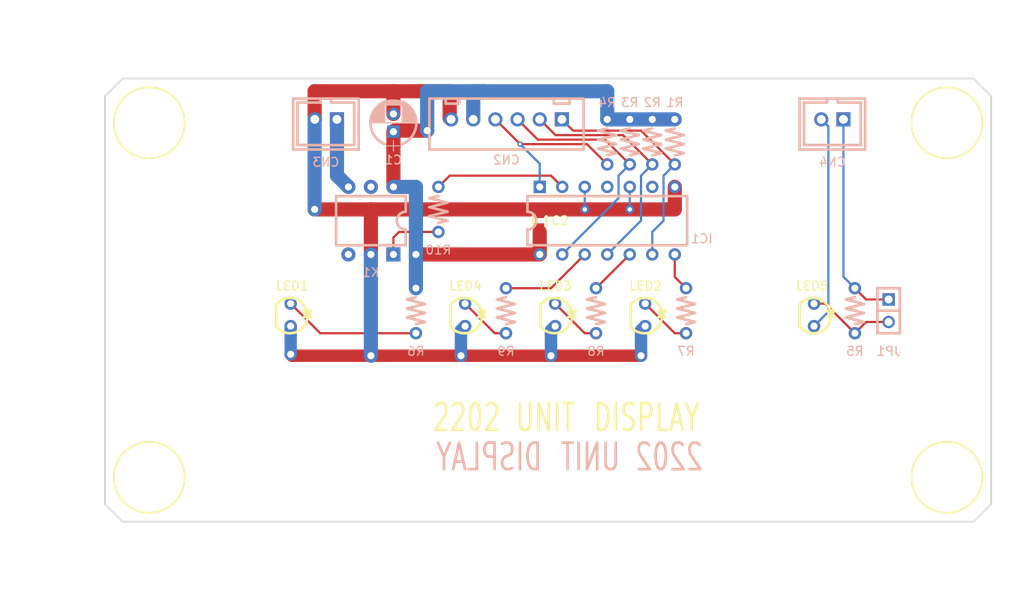
<source format=kicad_pcb>
(kicad_pcb (version 20171130) (host pcbnew "(5.1.10)-1")

  (general
    (thickness 1.6)
    (drawings 48)
    (tracks 113)
    (zones 0)
    (modules 27)
    (nets 24)
  )

  (page A4)
  (title_block
    (title "2202 UNIT DISPLAY")
    (rev 0)
    (comment 1 "designed by hamayan.")
  )

  (layers
    (0 F.Cu signal)
    (31 B.Cu signal)
    (32 B.Adhes user hide)
    (33 F.Adhes user hide)
    (34 B.Paste user hide)
    (35 F.Paste user hide)
    (36 B.SilkS user)
    (37 F.SilkS user)
    (38 B.Mask user)
    (39 F.Mask user)
    (40 Dwgs.User user)
    (41 Cmts.User user hide)
    (42 Eco1.User user hide)
    (43 Eco2.User user hide)
    (44 Edge.Cuts user)
    (45 Margin user hide)
    (46 B.CrtYd user hide)
    (47 F.CrtYd user hide)
    (48 B.Fab user hide)
    (49 F.Fab user hide)
  )

  (setup
    (last_trace_width 0.25)
    (user_trace_width 0.5)
    (user_trace_width 1)
    (user_trace_width 1.4)
    (user_trace_width 1.6)
    (user_trace_width 2)
    (trace_clearance 0.2)
    (zone_clearance 0.508)
    (zone_45_only no)
    (trace_min 0.2)
    (via_size 0.6)
    (via_drill 0.3)
    (via_min_size 0.4)
    (via_min_drill 0.3)
    (user_via 1 0.5)
    (user_via 1.4 0.8)
    (uvia_size 0.3)
    (uvia_drill 0.1)
    (uvias_allowed no)
    (uvia_min_size 0.2)
    (uvia_min_drill 0.1)
    (edge_width 0.2)
    (segment_width 0.25)
    (pcb_text_width 0.3)
    (pcb_text_size 1.5 1.5)
    (mod_edge_width 0.2)
    (mod_text_size 1 1)
    (mod_text_width 0.15)
    (pad_size 1.524 1.524)
    (pad_drill 0.762)
    (pad_to_mask_clearance 0)
    (aux_axis_origin 0 0)
    (visible_elements FFFDFF7F)
    (pcbplotparams
      (layerselection 0x010f0_ffffffff)
      (usegerberextensions false)
      (usegerberattributes true)
      (usegerberadvancedattributes true)
      (creategerberjobfile false)
      (excludeedgelayer true)
      (linewidth 0.100000)
      (plotframeref false)
      (viasonmask false)
      (mode 1)
      (useauxorigin false)
      (hpglpennumber 1)
      (hpglpenspeed 20)
      (hpglpendiameter 15.000000)
      (psnegative false)
      (psa4output false)
      (plotreference true)
      (plotvalue true)
      (plotinvisibletext false)
      (padsonsilk false)
      (subtractmaskfromsilk false)
      (outputformat 1)
      (mirror false)
      (drillshape 0)
      (scaleselection 1)
      (outputdirectory "gerber/"))
  )

  (net 0 "")
  (net 1 +5V)
  (net 2 GND)
  (net 3 /IO1)
  (net 4 /IO2)
  (net 5 /IO3)
  (net 6 /IO0)
  (net 7 "Net-(CN3-Pad1)")
  (net 8 "Net-(CN4-Pad1)")
  (net 9 "Net-(CN4-Pad2)")
  (net 10 "Net-(IC1-Pad2)")
  (net 11 "Net-(IC1-Pad10)")
  (net 12 "Net-(IC1-Pad4)")
  (net 13 "Net-(IC1-Pad12)")
  (net 14 "Net-(IC1-Pad6)")
  (net 15 "Net-(IC1-Pad8)")
  (net 16 "Net-(JP1-Pad2)")
  (net 17 "Net-(K1-Pad1)")
  (net 18 "Net-(K1-Pad5)")
  (net 19 "Net-(K1-Pad3)")
  (net 20 "Net-(LED1-Pad1)")
  (net 21 "Net-(LED2-Pad1)")
  (net 22 "Net-(LED3-Pad1)")
  (net 23 "Net-(LED4-Pad1)")

  (net_class Default "This is the default net class."
    (clearance 0.2)
    (trace_width 0.25)
    (via_dia 0.6)
    (via_drill 0.3)
    (uvia_dia 0.3)
    (uvia_drill 0.1)
    (add_net +5V)
    (add_net /IO0)
    (add_net /IO1)
    (add_net /IO2)
    (add_net /IO3)
    (add_net GND)
    (add_net "Net-(CN3-Pad1)")
    (add_net "Net-(CN4-Pad1)")
    (add_net "Net-(CN4-Pad2)")
    (add_net "Net-(IC1-Pad10)")
    (add_net "Net-(IC1-Pad12)")
    (add_net "Net-(IC1-Pad2)")
    (add_net "Net-(IC1-Pad4)")
    (add_net "Net-(IC1-Pad6)")
    (add_net "Net-(IC1-Pad8)")
    (add_net "Net-(JP1-Pad2)")
    (add_net "Net-(K1-Pad1)")
    (add_net "Net-(K1-Pad3)")
    (add_net "Net-(K1-Pad5)")
    (add_net "Net-(LED1-Pad1)")
    (add_net "Net-(LED2-Pad1)")
    (add_net "Net-(LED3-Pad1)")
    (add_net "Net-(LED4-Pad1)")
  )

  (module MountingHole:MountingHole_3.5mm (layer F.Cu) (tedit 56D1B4CB) (tstamp 62B5346A)
    (at 145 55)
    (descr "Mounting Hole 3.5mm, no annular")
    (tags "mounting hole 3.5mm no annular")
    (attr virtual)
    (fp_text reference REF** (at 0 -4.5) (layer F.SilkS) hide
      (effects (font (size 1 1) (thickness 0.15)))
    )
    (fp_text value MountingHole_3.5mm (at 0 4.5) (layer F.Fab)
      (effects (font (size 1 1) (thickness 0.15)))
    )
    (fp_text user %R (at 0.3 0) (layer F.Fab)
      (effects (font (size 1 1) (thickness 0.15)))
    )
    (fp_circle (center 0 0) (end 3.5 0) (layer Cmts.User) (width 0.15))
    (fp_circle (center 0 0) (end 3.75 0) (layer F.CrtYd) (width 0.05))
    (pad 1 np_thru_hole circle (at 0 0) (size 3.5 3.5) (drill 3.5) (layers *.Cu *.Mask))
  )

  (module MountingHole:MountingHole_3.5mm (layer F.Cu) (tedit 56D1B4CB) (tstamp 62B53446)
    (at 145 95)
    (descr "Mounting Hole 3.5mm, no annular")
    (tags "mounting hole 3.5mm no annular")
    (attr virtual)
    (fp_text reference REF** (at 0 -4.5) (layer F.SilkS) hide
      (effects (font (size 1 1) (thickness 0.15)))
    )
    (fp_text value MountingHole_3.5mm (at 0 4.5) (layer F.Fab)
      (effects (font (size 1 1) (thickness 0.15)))
    )
    (fp_text user %R (at 0.3 0) (layer F.Fab)
      (effects (font (size 1 1) (thickness 0.15)))
    )
    (fp_circle (center 0 0) (end 3.5 0) (layer Cmts.User) (width 0.15))
    (fp_circle (center 0 0) (end 3.75 0) (layer F.CrtYd) (width 0.05))
    (pad 1 np_thru_hole circle (at 0 0) (size 3.5 3.5) (drill 3.5) (layers *.Cu *.Mask))
  )

  (module MountingHole:MountingHole_3.5mm (layer F.Cu) (tedit 56D1B4CB) (tstamp 62B53422)
    (at 55 95)
    (descr "Mounting Hole 3.5mm, no annular")
    (tags "mounting hole 3.5mm no annular")
    (attr virtual)
    (fp_text reference REF** (at 0 -4.5) (layer F.SilkS) hide
      (effects (font (size 1 1) (thickness 0.15)))
    )
    (fp_text value MountingHole_3.5mm (at 0 4.5) (layer F.Fab)
      (effects (font (size 1 1) (thickness 0.15)))
    )
    (fp_text user %R (at 0.3 0) (layer F.Fab)
      (effects (font (size 1 1) (thickness 0.15)))
    )
    (fp_circle (center 0 0) (end 3.5 0) (layer Cmts.User) (width 0.15))
    (fp_circle (center 0 0) (end 3.75 0) (layer F.CrtYd) (width 0.05))
    (pad 1 np_thru_hole circle (at 0 0) (size 3.5 3.5) (drill 3.5) (layers *.Cu *.Mask))
  )

  (module MountingHole:MountingHole_3.5mm (layer F.Cu) (tedit 56D1B4CB) (tstamp 62B533FE)
    (at 55 55)
    (descr "Mounting Hole 3.5mm, no annular")
    (tags "mounting hole 3.5mm no annular")
    (attr virtual)
    (fp_text reference REF** (at 0 -4.5) (layer F.SilkS) hide
      (effects (font (size 1 1) (thickness 0.15)))
    )
    (fp_text value MountingHole_3.5mm (at 0 4.5) (layer F.Fab)
      (effects (font (size 1 1) (thickness 0.15)))
    )
    (fp_text user %R (at 0.3 0) (layer F.Fab)
      (effects (font (size 1 1) (thickness 0.15)))
    )
    (fp_circle (center 0 0) (end 3.5 0) (layer Cmts.User) (width 0.15))
    (fp_circle (center 0 0) (end 3.75 0) (layer F.CrtYd) (width 0.05))
    (pad 1 np_thru_hole circle (at 0 0) (size 3.5 3.5) (drill 3.5) (layers *.Cu *.Mask))
  )

  (module footprint:CP_Radial_D5.0mm_P2.00mm (layer B.Cu) (tedit 61B97ED5) (tstamp 62B5390F)
    (at 82.55 56 90)
    (descr "CP, Radial series, Radial, pin pitch=2.00mm, , diameter=5mm, Electrolytic Capacitor")
    (tags "CP Radial series Radial pin pitch 2.00mm  diameter 5mm Electrolytic Capacitor")
    (path /62B4EBE5)
    (fp_text reference C1 (at -3.182 0 180) (layer B.SilkS)
      (effects (font (size 1 1) (thickness 0.15)) (justify mirror))
    )
    (fp_text value 22uF/16V (at 1 -3.56 90) (layer B.Fab)
      (effects (font (size 1 1) (thickness 0.15)) (justify mirror))
    )
    (fp_line (start -2.2 0) (end -1 0) (layer B.Fab) (width 0.1))
    (fp_line (start -1.6 0.65) (end -1.6 -0.65) (layer B.Fab) (width 0.1))
    (fp_line (start 1 2.55) (end 1 -2.55) (layer B.SilkS) (width 0.12))
    (fp_line (start 1.04 2.55) (end 1.04 0.98) (layer B.SilkS) (width 0.12))
    (fp_line (start 1.04 -0.98) (end 1.04 -2.55) (layer B.SilkS) (width 0.12))
    (fp_line (start 1.08 2.549) (end 1.08 0.98) (layer B.SilkS) (width 0.12))
    (fp_line (start 1.08 -0.98) (end 1.08 -2.549) (layer B.SilkS) (width 0.12))
    (fp_line (start 1.12 2.548) (end 1.12 0.98) (layer B.SilkS) (width 0.12))
    (fp_line (start 1.12 -0.98) (end 1.12 -2.548) (layer B.SilkS) (width 0.12))
    (fp_line (start 1.16 2.546) (end 1.16 0.98) (layer B.SilkS) (width 0.12))
    (fp_line (start 1.16 -0.98) (end 1.16 -2.546) (layer B.SilkS) (width 0.12))
    (fp_line (start 1.2 2.543) (end 1.2 0.98) (layer B.SilkS) (width 0.12))
    (fp_line (start 1.2 -0.98) (end 1.2 -2.543) (layer B.SilkS) (width 0.12))
    (fp_line (start 1.24 2.539) (end 1.24 0.98) (layer B.SilkS) (width 0.12))
    (fp_line (start 1.24 -0.98) (end 1.24 -2.539) (layer B.SilkS) (width 0.12))
    (fp_line (start 1.28 2.535) (end 1.28 0.98) (layer B.SilkS) (width 0.12))
    (fp_line (start 1.28 -0.98) (end 1.28 -2.535) (layer B.SilkS) (width 0.12))
    (fp_line (start 1.32 2.531) (end 1.32 0.98) (layer B.SilkS) (width 0.12))
    (fp_line (start 1.32 -0.98) (end 1.32 -2.531) (layer B.SilkS) (width 0.12))
    (fp_line (start 1.36 2.525) (end 1.36 0.98) (layer B.SilkS) (width 0.12))
    (fp_line (start 1.36 -0.98) (end 1.36 -2.525) (layer B.SilkS) (width 0.12))
    (fp_line (start 1.4 2.519) (end 1.4 0.98) (layer B.SilkS) (width 0.12))
    (fp_line (start 1.4 -0.98) (end 1.4 -2.519) (layer B.SilkS) (width 0.12))
    (fp_line (start 1.44 2.513) (end 1.44 0.98) (layer B.SilkS) (width 0.12))
    (fp_line (start 1.44 -0.98) (end 1.44 -2.513) (layer B.SilkS) (width 0.12))
    (fp_line (start 1.48 2.506) (end 1.48 0.98) (layer B.SilkS) (width 0.12))
    (fp_line (start 1.48 -0.98) (end 1.48 -2.506) (layer B.SilkS) (width 0.12))
    (fp_line (start 1.52 2.498) (end 1.52 0.98) (layer B.SilkS) (width 0.12))
    (fp_line (start 1.52 -0.98) (end 1.52 -2.498) (layer B.SilkS) (width 0.12))
    (fp_line (start 1.56 2.489) (end 1.56 0.98) (layer B.SilkS) (width 0.12))
    (fp_line (start 1.56 -0.98) (end 1.56 -2.489) (layer B.SilkS) (width 0.12))
    (fp_line (start 1.6 2.48) (end 1.6 0.98) (layer B.SilkS) (width 0.12))
    (fp_line (start 1.6 -0.98) (end 1.6 -2.48) (layer B.SilkS) (width 0.12))
    (fp_line (start 1.64 2.47) (end 1.64 0.98) (layer B.SilkS) (width 0.12))
    (fp_line (start 1.64 -0.98) (end 1.64 -2.47) (layer B.SilkS) (width 0.12))
    (fp_line (start 1.68 2.46) (end 1.68 0.98) (layer B.SilkS) (width 0.12))
    (fp_line (start 1.68 -0.98) (end 1.68 -2.46) (layer B.SilkS) (width 0.12))
    (fp_line (start 1.721 2.448) (end 1.721 0.98) (layer B.SilkS) (width 0.12))
    (fp_line (start 1.721 -0.98) (end 1.721 -2.448) (layer B.SilkS) (width 0.12))
    (fp_line (start 1.761 2.436) (end 1.761 0.98) (layer B.SilkS) (width 0.12))
    (fp_line (start 1.761 -0.98) (end 1.761 -2.436) (layer B.SilkS) (width 0.12))
    (fp_line (start 1.801 2.424) (end 1.801 0.98) (layer B.SilkS) (width 0.12))
    (fp_line (start 1.801 -0.98) (end 1.801 -2.424) (layer B.SilkS) (width 0.12))
    (fp_line (start 1.841 2.41) (end 1.841 0.98) (layer B.SilkS) (width 0.12))
    (fp_line (start 1.841 -0.98) (end 1.841 -2.41) (layer B.SilkS) (width 0.12))
    (fp_line (start 1.881 2.396) (end 1.881 0.98) (layer B.SilkS) (width 0.12))
    (fp_line (start 1.881 -0.98) (end 1.881 -2.396) (layer B.SilkS) (width 0.12))
    (fp_line (start 1.921 2.382) (end 1.921 0.98) (layer B.SilkS) (width 0.12))
    (fp_line (start 1.921 -0.98) (end 1.921 -2.382) (layer B.SilkS) (width 0.12))
    (fp_line (start 1.961 2.366) (end 1.961 0.98) (layer B.SilkS) (width 0.12))
    (fp_line (start 1.961 -0.98) (end 1.961 -2.366) (layer B.SilkS) (width 0.12))
    (fp_line (start 2.001 2.35) (end 2.001 0.98) (layer B.SilkS) (width 0.12))
    (fp_line (start 2.001 -0.98) (end 2.001 -2.35) (layer B.SilkS) (width 0.12))
    (fp_line (start 2.041 2.333) (end 2.041 0.98) (layer B.SilkS) (width 0.12))
    (fp_line (start 2.041 -0.98) (end 2.041 -2.333) (layer B.SilkS) (width 0.12))
    (fp_line (start 2.081 2.315) (end 2.081 0.98) (layer B.SilkS) (width 0.12))
    (fp_line (start 2.081 -0.98) (end 2.081 -2.315) (layer B.SilkS) (width 0.12))
    (fp_line (start 2.121 2.296) (end 2.121 0.98) (layer B.SilkS) (width 0.12))
    (fp_line (start 2.121 -0.98) (end 2.121 -2.296) (layer B.SilkS) (width 0.12))
    (fp_line (start 2.161 2.276) (end 2.161 0.98) (layer B.SilkS) (width 0.12))
    (fp_line (start 2.161 -0.98) (end 2.161 -2.276) (layer B.SilkS) (width 0.12))
    (fp_line (start 2.201 2.256) (end 2.201 0.98) (layer B.SilkS) (width 0.12))
    (fp_line (start 2.201 -0.98) (end 2.201 -2.256) (layer B.SilkS) (width 0.12))
    (fp_line (start 2.241 2.234) (end 2.241 0.98) (layer B.SilkS) (width 0.12))
    (fp_line (start 2.241 -0.98) (end 2.241 -2.234) (layer B.SilkS) (width 0.12))
    (fp_line (start 2.281 2.212) (end 2.281 0.98) (layer B.SilkS) (width 0.12))
    (fp_line (start 2.281 -0.98) (end 2.281 -2.212) (layer B.SilkS) (width 0.12))
    (fp_line (start 2.321 2.189) (end 2.321 0.98) (layer B.SilkS) (width 0.12))
    (fp_line (start 2.321 -0.98) (end 2.321 -2.189) (layer B.SilkS) (width 0.12))
    (fp_line (start 2.361 2.165) (end 2.361 0.98) (layer B.SilkS) (width 0.12))
    (fp_line (start 2.361 -0.98) (end 2.361 -2.165) (layer B.SilkS) (width 0.12))
    (fp_line (start 2.401 2.14) (end 2.401 0.98) (layer B.SilkS) (width 0.12))
    (fp_line (start 2.401 -0.98) (end 2.401 -2.14) (layer B.SilkS) (width 0.12))
    (fp_line (start 2.441 2.113) (end 2.441 0.98) (layer B.SilkS) (width 0.12))
    (fp_line (start 2.441 -0.98) (end 2.441 -2.113) (layer B.SilkS) (width 0.12))
    (fp_line (start 2.481 2.086) (end 2.481 0.98) (layer B.SilkS) (width 0.12))
    (fp_line (start 2.481 -0.98) (end 2.481 -2.086) (layer B.SilkS) (width 0.12))
    (fp_line (start 2.521 2.058) (end 2.521 0.98) (layer B.SilkS) (width 0.12))
    (fp_line (start 2.521 -0.98) (end 2.521 -2.058) (layer B.SilkS) (width 0.12))
    (fp_line (start 2.561 2.028) (end 2.561 0.98) (layer B.SilkS) (width 0.12))
    (fp_line (start 2.561 -0.98) (end 2.561 -2.028) (layer B.SilkS) (width 0.12))
    (fp_line (start 2.601 1.997) (end 2.601 0.98) (layer B.SilkS) (width 0.12))
    (fp_line (start 2.601 -0.98) (end 2.601 -1.997) (layer B.SilkS) (width 0.12))
    (fp_line (start 2.641 1.965) (end 2.641 0.98) (layer B.SilkS) (width 0.12))
    (fp_line (start 2.641 -0.98) (end 2.641 -1.965) (layer B.SilkS) (width 0.12))
    (fp_line (start 2.681 1.932) (end 2.681 0.98) (layer B.SilkS) (width 0.12))
    (fp_line (start 2.681 -0.98) (end 2.681 -1.932) (layer B.SilkS) (width 0.12))
    (fp_line (start 2.721 1.897) (end 2.721 0.98) (layer B.SilkS) (width 0.12))
    (fp_line (start 2.721 -0.98) (end 2.721 -1.897) (layer B.SilkS) (width 0.12))
    (fp_line (start 2.761 1.861) (end 2.761 0.98) (layer B.SilkS) (width 0.12))
    (fp_line (start 2.761 -0.98) (end 2.761 -1.861) (layer B.SilkS) (width 0.12))
    (fp_line (start 2.801 1.823) (end 2.801 0.98) (layer B.SilkS) (width 0.12))
    (fp_line (start 2.801 -0.98) (end 2.801 -1.823) (layer B.SilkS) (width 0.12))
    (fp_line (start 2.841 1.783) (end 2.841 0.98) (layer B.SilkS) (width 0.12))
    (fp_line (start 2.841 -0.98) (end 2.841 -1.783) (layer B.SilkS) (width 0.12))
    (fp_line (start 2.881 1.742) (end 2.881 0.98) (layer B.SilkS) (width 0.12))
    (fp_line (start 2.881 -0.98) (end 2.881 -1.742) (layer B.SilkS) (width 0.12))
    (fp_line (start 2.921 1.699) (end 2.921 0.98) (layer B.SilkS) (width 0.12))
    (fp_line (start 2.921 -0.98) (end 2.921 -1.699) (layer B.SilkS) (width 0.12))
    (fp_line (start 2.961 1.654) (end 2.961 0.98) (layer B.SilkS) (width 0.12))
    (fp_line (start 2.961 -0.98) (end 2.961 -1.654) (layer B.SilkS) (width 0.12))
    (fp_line (start 3.001 1.606) (end 3.001 -1.606) (layer B.SilkS) (width 0.12))
    (fp_line (start 3.041 1.556) (end 3.041 -1.556) (layer B.SilkS) (width 0.12))
    (fp_line (start 3.081 1.504) (end 3.081 -1.504) (layer B.SilkS) (width 0.12))
    (fp_line (start 3.121 1.448) (end 3.121 -1.448) (layer B.SilkS) (width 0.12))
    (fp_line (start 3.161 1.39) (end 3.161 -1.39) (layer B.SilkS) (width 0.12))
    (fp_line (start 3.201 1.327) (end 3.201 -1.327) (layer B.SilkS) (width 0.12))
    (fp_line (start 3.241 1.261) (end 3.241 -1.261) (layer B.SilkS) (width 0.12))
    (fp_line (start 3.281 1.189) (end 3.281 -1.189) (layer B.SilkS) (width 0.12))
    (fp_line (start 3.321 1.112) (end 3.321 -1.112) (layer B.SilkS) (width 0.12))
    (fp_line (start 3.361 1.028) (end 3.361 -1.028) (layer B.SilkS) (width 0.12))
    (fp_line (start 3.401 0.934) (end 3.401 -0.934) (layer B.SilkS) (width 0.12))
    (fp_line (start 3.441 0.829) (end 3.441 -0.829) (layer B.SilkS) (width 0.12))
    (fp_line (start 3.481 0.707) (end 3.481 -0.707) (layer B.SilkS) (width 0.12))
    (fp_line (start 3.521 0.559) (end 3.521 -0.559) (layer B.SilkS) (width 0.12))
    (fp_line (start 3.561 0.354) (end 3.561 -0.354) (layer B.SilkS) (width 0.12))
    (fp_line (start -2.2 0) (end -1 0) (layer B.SilkS) (width 0.12))
    (fp_line (start -1.6 0.65) (end -1.6 -0.65) (layer B.SilkS) (width 0.12))
    (fp_circle (center 1 0) (end 3.5 0) (layer B.Fab) (width 0.1))
    (fp_text user %R (at 0.65 0 90) (layer B.Fab)
      (effects (font (size 1 1) (thickness 0.15)) (justify mirror))
    )
    (fp_arc (start 1 0) (end -1.397436 0.98) (angle -135.5) (layer B.SilkS) (width 0.3))
    (fp_arc (start 1 0) (end -1.397436 -0.98) (angle 135.5) (layer B.SilkS) (width 0.3))
    (fp_arc (start 1 0) (end 3.397436 0.98) (angle -44.5) (layer B.SilkS) (width 0.12))
    (pad 1 thru_hole rect (at 0 0 90) (size 1.4 1.4) (drill 0.8) (layers *.Cu *.Mask)
      (net 1 +5V))
    (pad 2 thru_hole circle (at 2 0 90) (size 1.4 1.4) (drill 0.8) (layers *.Cu *.Mask)
      (net 2 GND))
    (model ${KISYS3DMOD}/Capacitors_THT.3dshapes/CP_Radial_D5.0mm_P2.00mm.wrl
      (at (xyz 0 0 0))
      (scale (xyz 1 1 1))
      (rotate (xyz 0 0 0))
    )
  )

  (module footprint:C_0603 (layer F.Cu) (tedit 58F81BE8) (tstamp 62B53920)
    (at 99.06 66.04 270)
    (descr "Capacitor SMD 0603, reflow soldering, AVX (see smccp.pdf)")
    (tags "capacitor 0603")
    (path /62B5439F)
    (attr smd)
    (fp_text reference C2 (at 0 -2.286 180) (layer F.SilkS)
      (effects (font (size 1 1) (thickness 0.15)))
    )
    (fp_text value 0.1uF (at 0 1.5 90) (layer F.Fab)
      (effects (font (size 1 1) (thickness 0.15)))
    )
    (fp_line (start 1.4 0.65) (end -1.4 0.65) (layer F.CrtYd) (width 0.05))
    (fp_line (start 1.4 0.65) (end 1.4 -0.65) (layer F.CrtYd) (width 0.05))
    (fp_line (start -1.4 -0.65) (end -1.4 0.65) (layer F.CrtYd) (width 0.05))
    (fp_line (start -1.4 -0.65) (end 1.4 -0.65) (layer F.CrtYd) (width 0.05))
    (fp_line (start 0.5 0.75) (end -0.5 0.75) (layer F.SilkS) (width 0.3))
    (fp_line (start -0.5 -0.75) (end 0.5 -0.75) (layer F.SilkS) (width 0.3))
    (fp_line (start -0.8 -0.4) (end 0.8 -0.4) (layer F.Fab) (width 0.1))
    (fp_line (start 0.8 -0.4) (end 0.8 0.4) (layer F.Fab) (width 0.1))
    (fp_line (start 0.8 0.4) (end -0.8 0.4) (layer F.Fab) (width 0.1))
    (fp_line (start -0.8 0.4) (end -0.8 -0.4) (layer F.Fab) (width 0.1))
    (fp_text user %R (at 0 -1.5 90) (layer F.Fab)
      (effects (font (size 1 1) (thickness 0.15)))
    )
    (pad 1 smd rect (at -0.8 0 270) (size 1 1) (layers F.Cu F.Paste F.Mask)
      (net 2 GND))
    (pad 2 smd rect (at 0.8 0 270) (size 1 1) (layers F.Cu F.Paste F.Mask)
      (net 1 +5V))
    (model Capacitors_SMD.3dshapes/C_0603.wrl
      (at (xyz 0 0 0))
      (scale (xyz 1 1 1))
      (rotate (xyz 0 0 0))
    )
  )

  (module footprint:cn_B6B-XH-A (layer B.Cu) (tedit 59CB3EFA) (tstamp 62B53934)
    (at 95.31 54.61 180)
    (path /62B49D82)
    (fp_text reference CN2 (at 0 -4.572) (layer B.SilkS)
      (effects (font (size 1 1) (thickness 0.15)) (justify mirror))
    )
    (fp_text value B6B-XH-A (at 0 -5.08) (layer B.Fab)
      (effects (font (size 1 1) (thickness 0.15)) (justify mirror))
    )
    (fp_line (start 8.7 2.35) (end -8.7 2.35) (layer B.SilkS) (width 0.3))
    (fp_line (start 8.7 -3.4) (end 8.7 2.35) (layer B.SilkS) (width 0.3))
    (fp_line (start -8.7 -3.4) (end 8.7 -3.4) (layer B.SilkS) (width 0.3))
    (fp_line (start -8.7 2.35) (end -8.7 -3.4) (layer B.SilkS) (width 0.3))
    (fp_line (start -5.334 1.778) (end -5.334 2.286) (layer B.SilkS) (width 0.3))
    (fp_line (start -7.112 1.778) (end -5.334 1.778) (layer B.SilkS) (width 0.3))
    (fp_line (start -7.112 2.286) (end -7.112 1.778) (layer B.SilkS) (width 0.3))
    (fp_line (start 6.858 1.778) (end 6.858 2.286) (layer B.SilkS) (width 0.3))
    (fp_line (start 5.334 1.778) (end 6.858 1.778) (layer B.SilkS) (width 0.3))
    (fp_line (start 5.334 2.286) (end 5.334 1.778) (layer B.SilkS) (width 0.3))
    (pad 2 thru_hole circle (at -3.75 0 180) (size 1.6 1.6) (drill 1) (layers *.Cu *.Mask)
      (net 3 /IO1))
    (pad 3 thru_hole circle (at -1.25 0 180) (size 1.6 1.6) (drill 1) (layers *.Cu *.Mask)
      (net 4 /IO2))
    (pad 4 thru_hole circle (at 1.25 0 180) (size 1.6 1.6) (drill 1) (layers *.Cu *.Mask)
      (net 5 /IO3))
    (pad 5 thru_hole circle (at 3.75 0 180) (size 1.6 1.6) (drill 1) (layers *.Cu *.Mask)
      (net 1 +5V))
    (pad 1 thru_hole rect (at -6.25 0 180) (size 1.6 1.6) (drill 1) (layers *.Cu *.Mask)
      (net 6 /IO0))
    (pad 6 thru_hole circle (at 6.25 0 180) (size 1.6 1.6) (drill 1) (layers *.Cu *.Mask)
      (net 2 GND))
  )

  (module footprint:cn_B2B-XH-A (layer B.Cu) (tedit 5912A2A0) (tstamp 62B53945)
    (at 74.93 54.61 180)
    (path /62B7F77E)
    (fp_text reference CN3 (at 0 -4.826) (layer B.SilkS)
      (effects (font (size 1 1) (thickness 0.15)) (justify mirror))
    )
    (fp_text value B2B-XH-A (at 0 -5.08) (layer B.Fab)
      (effects (font (size 1 1) (thickness 0.15)) (justify mirror))
    )
    (fp_line (start -0.6 2.3) (end -0.6 1.9) (layer B.SilkS) (width 0.3))
    (fp_line (start -0.6 1.9) (end -3.2 1.9) (layer B.SilkS) (width 0.3))
    (fp_line (start -3.2 1.9) (end -3.2 -2.9) (layer B.SilkS) (width 0.3))
    (fp_line (start -3.2 -2.9) (end 3.2 -2.9) (layer B.SilkS) (width 0.3))
    (fp_line (start 3.2 -2.9) (end 3.2 1.9) (layer B.SilkS) (width 0.3))
    (fp_line (start 3.2 1.9) (end 0.6 1.9) (layer B.SilkS) (width 0.3))
    (fp_line (start 0.6 1.9) (end 0.6 2.3) (layer B.SilkS) (width 0.3))
    (fp_line (start -3.7 2.35) (end 3.7 2.35) (layer B.SilkS) (width 0.3))
    (fp_line (start 3.7 2.35) (end 3.7 -3.4) (layer B.SilkS) (width 0.3))
    (fp_line (start 3.7 -3.4) (end -3.7 -3.4) (layer B.SilkS) (width 0.3))
    (fp_line (start -3.7 -3.4) (end -3.7 2.35) (layer B.SilkS) (width 0.3))
    (pad 2 thru_hole circle (at 1.25 0 180) (size 1.6 1.6) (drill 1) (layers *.Cu *.Mask)
      (net 2 GND))
    (pad 1 thru_hole rect (at -1.25 0 180) (size 1.6 1.6) (drill 1) (layers *.Cu *.Mask)
      (net 7 "Net-(CN3-Pad1)"))
  )

  (module footprint:cn_B2B-XH-A (layer B.Cu) (tedit 5912A2A0) (tstamp 62B53956)
    (at 132.08 54.61 180)
    (path /62B858A4)
    (fp_text reference CN4 (at 0 -4.826) (layer B.SilkS)
      (effects (font (size 1 1) (thickness 0.15)) (justify mirror))
    )
    (fp_text value B2B-XH-A (at 0 -5.08) (layer B.Fab)
      (effects (font (size 1 1) (thickness 0.15)) (justify mirror))
    )
    (fp_line (start -3.7 -3.4) (end -3.7 2.35) (layer B.SilkS) (width 0.3))
    (fp_line (start 3.7 -3.4) (end -3.7 -3.4) (layer B.SilkS) (width 0.3))
    (fp_line (start 3.7 2.35) (end 3.7 -3.4) (layer B.SilkS) (width 0.3))
    (fp_line (start -3.7 2.35) (end 3.7 2.35) (layer B.SilkS) (width 0.3))
    (fp_line (start 0.6 1.9) (end 0.6 2.3) (layer B.SilkS) (width 0.3))
    (fp_line (start 3.2 1.9) (end 0.6 1.9) (layer B.SilkS) (width 0.3))
    (fp_line (start 3.2 -2.9) (end 3.2 1.9) (layer B.SilkS) (width 0.3))
    (fp_line (start -3.2 -2.9) (end 3.2 -2.9) (layer B.SilkS) (width 0.3))
    (fp_line (start -3.2 1.9) (end -3.2 -2.9) (layer B.SilkS) (width 0.3))
    (fp_line (start -0.6 1.9) (end -3.2 1.9) (layer B.SilkS) (width 0.3))
    (fp_line (start -0.6 2.3) (end -0.6 1.9) (layer B.SilkS) (width 0.3))
    (pad 1 thru_hole rect (at -1.25 0 180) (size 1.6 1.6) (drill 1) (layers *.Cu *.Mask)
      (net 8 "Net-(CN4-Pad1)"))
    (pad 2 thru_hole circle (at 1.25 0 180) (size 1.6 1.6) (drill 1) (layers *.Cu *.Mask)
      (net 9 "Net-(CN4-Pad2)"))
  )

  (module footprint:ic_DIP-14_W7.62mm (layer B.Cu) (tedit 61FA0586) (tstamp 62B53972)
    (at 99.06 62.23 270)
    (descr "14-lead dip package, row spacing 7.62 mm (300 mils)")
    (tags "DIL DIP PDIP 2.54mm 7.62mm 300mil")
    (path /62B52D69)
    (fp_text reference IC1 (at 5.842 -18.288 180) (layer B.SilkS)
      (effects (font (size 1 1) (thickness 0.15)) (justify mirror))
    )
    (fp_text value 74HCT04 (at 3.81 -17.78 90) (layer B.Fab)
      (effects (font (size 1 1) (thickness 0.15)) (justify mirror))
    )
    (fp_line (start 2.81 1.39) (end 1.04 1.39) (layer B.SilkS) (width 0.3))
    (fp_line (start 1.04 1.39) (end 1.04 -16.63) (layer B.SilkS) (width 0.3))
    (fp_line (start 1.04 -16.63) (end 6.58 -16.63) (layer B.SilkS) (width 0.3))
    (fp_line (start 6.58 -16.63) (end 6.58 1.39) (layer B.SilkS) (width 0.3))
    (fp_line (start 6.58 1.39) (end 4.81 1.39) (layer B.SilkS) (width 0.3))
    (fp_line (start -1.1 1.6) (end -1.1 -16.76) (layer B.CrtYd) (width 0.05))
    (fp_line (start -1.1 -16.76) (end 8.7 -16.76) (layer B.CrtYd) (width 0.05))
    (fp_line (start 8.7 -16.76) (end 8.7 1.6) (layer B.CrtYd) (width 0.05))
    (fp_line (start 8.7 1.6) (end -1.1 1.6) (layer B.CrtYd) (width 0.05))
    (fp_arc (start 3.81 1.39) (end 2.81 1.39) (angle 180) (layer B.SilkS) (width 0.3))
    (pad 1 thru_hole rect (at 0 0 270) (size 1.4 1.4) (drill 0.8) (layers *.Cu *.Mask)
      (net 5 /IO3))
    (pad 9 thru_hole oval (at 7.62 -12.7 270) (size 1.4 1.4) (drill 0.8) (layers *.Cu *.Mask)
      (net 6 /IO0))
    (pad 2 thru_hole oval (at 0 -2.54 270) (size 1.4 1.4) (drill 0.8) (layers *.Cu *.Mask)
      (net 10 "Net-(IC1-Pad2)"))
    (pad 10 thru_hole oval (at 7.62 -10.16 270) (size 1.4 1.4) (drill 0.8) (layers *.Cu *.Mask)
      (net 11 "Net-(IC1-Pad10)"))
    (pad 3 thru_hole oval (at 0 -5.08 270) (size 1.4 1.4) (drill 0.8) (layers *.Cu *.Mask)
      (net 2 GND))
    (pad 11 thru_hole oval (at 7.62 -7.62 270) (size 1.4 1.4) (drill 0.8) (layers *.Cu *.Mask)
      (net 3 /IO1))
    (pad 4 thru_hole oval (at 0 -7.62 270) (size 1.4 1.4) (drill 0.8) (layers *.Cu *.Mask)
      (net 12 "Net-(IC1-Pad4)"))
    (pad 12 thru_hole oval (at 7.62 -5.08 270) (size 1.4 1.4) (drill 0.8) (layers *.Cu *.Mask)
      (net 13 "Net-(IC1-Pad12)"))
    (pad 5 thru_hole oval (at 0 -10.16 270) (size 1.4 1.4) (drill 0.8) (layers *.Cu *.Mask)
      (net 2 GND))
    (pad 13 thru_hole oval (at 7.62 -2.54 270) (size 1.4 1.4) (drill 0.8) (layers *.Cu *.Mask)
      (net 4 /IO2))
    (pad 6 thru_hole oval (at 0 -12.7 270) (size 1.4 1.4) (drill 0.8) (layers *.Cu *.Mask)
      (net 14 "Net-(IC1-Pad6)"))
    (pad 14 thru_hole oval (at 7.62 0 270) (size 1.4 1.4) (drill 0.8) (layers *.Cu *.Mask)
      (net 1 +5V))
    (pad 7 thru_hole oval (at 0 -15.24 270) (size 1.4 1.4) (drill 0.8) (layers *.Cu *.Mask)
      (net 2 GND))
    (pad 8 thru_hole oval (at 7.62 -15.24 270) (size 1.4 1.4) (drill 0.8) (layers *.Cu *.Mask)
      (net 15 "Net-(IC1-Pad8)"))
    (model Housings_DIP.3dshapes/DIP-14_W7.62mm.wrl
      (at (xyz 0 0 0))
      (scale (xyz 1 1 1))
      (rotate (xyz 0 0 0))
    )
  )

  (module footprint:JP_JUMPER1x2 (layer B.Cu) (tedit 5A77E2CA) (tstamp 62B5397F)
    (at 138.43 76.2 270)
    (path /62B8AE19)
    (fp_text reference JP1 (at 4.572 0 180) (layer B.SilkS)
      (effects (font (size 1 1) (thickness 0.15)) (justify mirror))
    )
    (fp_text value JUMPER2*1 (at 0 -2.54 90) (layer B.Fab)
      (effects (font (size 1 1) (thickness 0.15)) (justify mirror))
    )
    (fp_line (start 0 1.27) (end 0 -1.27) (layer B.SilkS) (width 0.3))
    (fp_line (start -2.54 1.27) (end 0 1.27) (layer B.SilkS) (width 0.3))
    (fp_line (start 2.54 1.27) (end 0 1.27) (layer B.SilkS) (width 0.3))
    (fp_line (start 2.54 -1.27) (end 2.54 1.27) (layer B.SilkS) (width 0.3))
    (fp_line (start 0 -1.27) (end 2.54 -1.27) (layer B.SilkS) (width 0.3))
    (fp_line (start -2.54 -1.27) (end 0 -1.27) (layer B.SilkS) (width 0.3))
    (fp_line (start -2.54 1.27) (end -2.54 -1.27) (layer B.SilkS) (width 0.3))
    (pad 1 thru_hole rect (at -1.27 0 270) (size 1.4 1.4) (drill 0.9) (layers *.Cu *.Mask)
      (net 8 "Net-(CN4-Pad1)"))
    (pad 2 thru_hole circle (at 1.27 0 270) (size 1.4 1.4) (drill 0.9) (layers *.Cu *.Mask)
      (net 16 "Net-(JP1-Pad2)"))
  )

  (module footprint:ic_DIP-6_W7.62mm (layer B.Cu) (tedit 62B51B04) (tstamp 62B53998)
    (at 82.55 69.85 90)
    (descr "4-lead dip package, row spacing 7.62 mm (300 mils)")
    (tags "DIL DIP PDIP 2.54mm 7.62mm 300mil")
    (path /62B6DF4B)
    (fp_text reference K1 (at -2.032 -2.54 180) (layer B.SilkS)
      (effects (font (size 1 1) (thickness 0.15)) (justify mirror))
    )
    (fp_text value AQV255 (at 3.81 -7.62 90) (layer B.Fab)
      (effects (font (size 1 1) (thickness 0.15)) (justify mirror))
    )
    (fp_line (start 8.7 1.6) (end -1.1 1.6) (layer B.CrtYd) (width 0.05))
    (fp_line (start 8.7 -6.64) (end 8.7 1.6) (layer B.CrtYd) (width 0.05))
    (fp_line (start -1.1 -6.64) (end 8.7 -6.64) (layer B.CrtYd) (width 0.05))
    (fp_line (start -1.1 1.6) (end -1.1 -6.64) (layer B.CrtYd) (width 0.05))
    (fp_line (start 6.58 1.39) (end 4.81 1.39) (layer B.SilkS) (width 0.3))
    (fp_line (start 6.58 -6.47) (end 6.58 1.39) (layer B.SilkS) (width 0.3))
    (fp_line (start 1.04 -6.47) (end 6.58 -6.47) (layer B.SilkS) (width 0.3))
    (fp_line (start 1.04 1.39) (end 1.04 -6.47) (layer B.SilkS) (width 0.3))
    (fp_line (start 2.81 1.39) (end 1.04 1.39) (layer B.SilkS) (width 0.3))
    (fp_line (start 0.635 0.27) (end 1.635 1.27) (layer B.Fab) (width 0.1))
    (fp_line (start 0.635 -6.35) (end 0.635 0.27) (layer B.Fab) (width 0.1))
    (fp_line (start 6.985 -6.35) (end 0.635 -6.35) (layer B.Fab) (width 0.1))
    (fp_line (start 6.985 1.27) (end 6.985 -6.35) (layer B.Fab) (width 0.1))
    (fp_line (start 1.635 1.27) (end 6.985 1.27) (layer B.Fab) (width 0.1))
    (fp_arc (start 3.81 1.39) (end 2.81 1.39) (angle 180) (layer B.SilkS) (width 0.3))
    (pad 1 thru_hole rect (at 0 0 90) (size 1.6 1.6) (drill 0.8) (layers *.Cu *.Mask)
      (net 17 "Net-(K1-Pad1)"))
    (pad 5 thru_hole circle (at 7.62 -2.54 90) (size 1.6 1.6) (drill 0.8) (layers *.Cu *.Mask)
      (net 18 "Net-(K1-Pad5)"))
    (pad 2 thru_hole circle (at 0 -2.54 90) (size 1.6 1.6) (drill 0.8) (layers *.Cu *.Mask)
      (net 2 GND))
    (pad 6 thru_hole circle (at 7.62 0 90) (size 1.6 1.6) (drill 0.8) (layers *.Cu *.Mask)
      (net 1 +5V))
    (pad 3 thru_hole circle (at 0 -5.08 90) (size 1.6 1.6) (drill 0.8) (layers *.Cu *.Mask)
      (net 19 "Net-(K1-Pad3)"))
    (pad 4 thru_hole circle (at 7.62 -5.08 90) (size 1.6 1.6) (drill 0.8) (layers *.Cu *.Mask)
      (net 7 "Net-(CN3-Pad1)"))
    (model Housings_DIP.3dshapes/DIP-4_W7.62mm.wrl
      (at (xyz 0 0 0))
      (scale (xyz 1 1 1))
      (rotate (xyz 0 0 0))
    )
  )

  (module footprint:LED_D3.0mm_center (layer F.Cu) (tedit 60811D2B) (tstamp 62B539A9)
    (at 70.955 76.67 270)
    (descr "LED, diameter 3.0mm, 2 pins")
    (tags "LED diameter 3.0mm 2 pins")
    (path /62B52118)
    (fp_text reference LED1 (at -3.264 -0.165 180) (layer F.SilkS)
      (effects (font (size 1 1) (thickness 0.15)))
    )
    (fp_text value GREEN (at 0 2.96 90) (layer F.Fab)
      (effects (font (size 1 1) (thickness 0.15)))
    )
    (fp_arc (start 0.08 0.08) (end 1.315516 1.64) (angle -145) (layer F.SilkS) (width 0.3))
    (fp_arc (start 0.08 0.08) (end -1.155516 1.64) (angle 145) (layer F.SilkS) (width 0.3))
    (fp_line (start 0.23 -1.5) (end 0.23 -2.3) (layer F.SilkS) (width 0.3))
    (fp_line (start -0.47 -2.3) (end -0.47 -1.5) (layer F.SilkS) (width 0.3))
    (fp_line (start -0.47 -1.5) (end 0.23 -1.9) (layer F.SilkS) (width 0.3))
    (fp_line (start 0.23 -1.9) (end -0.47 -2.3) (layer F.SilkS) (width 0.3))
    (fp_line (start -1.156 1.64) (end 1.315516 1.64) (layer F.SilkS) (width 0.3))
    (fp_line (start -2.42 -2.25) (end -2.42 2.25) (layer F.CrtYd) (width 0.05))
    (fp_line (start -2.42 2.25) (end 2.43 2.25) (layer F.CrtYd) (width 0.05))
    (fp_line (start 2.43 2.25) (end 2.43 -2.25) (layer F.CrtYd) (width 0.05))
    (fp_line (start 2.43 -2.25) (end -2.42 -2.25) (layer F.CrtYd) (width 0.05))
    (pad 2 thru_hole circle (at 1.27 0 270) (size 1.4 1.4) (drill 0.8) (layers *.Cu *.Mask)
      (net 2 GND))
    (pad 1 thru_hole circle (at -1.27 0 270) (size 1.4 1.4) (drill 0.8) (layers *.Cu *.Mask)
      (net 20 "Net-(LED1-Pad1)"))
    (model LEDs.3dshapes/LED_D3.0mm.wrl
      (at (xyz 0 0 0))
      (scale (xyz 0.393701 0.393701 0.393701))
      (rotate (xyz 0 0 0))
    )
  )

  (module footprint:LED_D3.0mm_center (layer F.Cu) (tedit 60811D2B) (tstamp 62B539BA)
    (at 110.96 76.67 270)
    (descr "LED, diameter 3.0mm, 2 pins")
    (tags "LED diameter 3.0mm 2 pins")
    (path /62B506FA)
    (fp_text reference LED2 (at -3.264 -0.038 180) (layer F.SilkS)
      (effects (font (size 1 1) (thickness 0.15)))
    )
    (fp_text value GREEN (at 0 2.96 90) (layer F.Fab)
      (effects (font (size 1 1) (thickness 0.15)))
    )
    (fp_line (start 2.43 -2.25) (end -2.42 -2.25) (layer F.CrtYd) (width 0.05))
    (fp_line (start 2.43 2.25) (end 2.43 -2.25) (layer F.CrtYd) (width 0.05))
    (fp_line (start -2.42 2.25) (end 2.43 2.25) (layer F.CrtYd) (width 0.05))
    (fp_line (start -2.42 -2.25) (end -2.42 2.25) (layer F.CrtYd) (width 0.05))
    (fp_line (start -1.156 1.64) (end 1.315516 1.64) (layer F.SilkS) (width 0.3))
    (fp_line (start 0.23 -1.9) (end -0.47 -2.3) (layer F.SilkS) (width 0.3))
    (fp_line (start -0.47 -1.5) (end 0.23 -1.9) (layer F.SilkS) (width 0.3))
    (fp_line (start -0.47 -2.3) (end -0.47 -1.5) (layer F.SilkS) (width 0.3))
    (fp_line (start 0.23 -1.5) (end 0.23 -2.3) (layer F.SilkS) (width 0.3))
    (fp_arc (start 0.08 0.08) (end -1.155516 1.64) (angle 145) (layer F.SilkS) (width 0.3))
    (fp_arc (start 0.08 0.08) (end 1.315516 1.64) (angle -145) (layer F.SilkS) (width 0.3))
    (pad 1 thru_hole circle (at -1.27 0 270) (size 1.4 1.4) (drill 0.8) (layers *.Cu *.Mask)
      (net 21 "Net-(LED2-Pad1)"))
    (pad 2 thru_hole circle (at 1.27 0 270) (size 1.4 1.4) (drill 0.8) (layers *.Cu *.Mask)
      (net 2 GND))
    (model LEDs.3dshapes/LED_D3.0mm.wrl
      (at (xyz 0 0 0))
      (scale (xyz 0.393701 0.393701 0.393701))
      (rotate (xyz 0 0 0))
    )
  )

  (module footprint:LED_D3.0mm_center (layer F.Cu) (tedit 60811D2B) (tstamp 62B539CB)
    (at 100.8 76.67 270)
    (descr "LED, diameter 3.0mm, 2 pins")
    (tags "LED diameter 3.0mm 2 pins")
    (path /62B51074)
    (fp_text reference LED3 (at -3.264 -0.038 180) (layer F.SilkS)
      (effects (font (size 1 1) (thickness 0.15)))
    )
    (fp_text value GREEN (at 0 2.96 90) (layer F.Fab)
      (effects (font (size 1 1) (thickness 0.15)))
    )
    (fp_arc (start 0.08 0.08) (end 1.315516 1.64) (angle -145) (layer F.SilkS) (width 0.3))
    (fp_arc (start 0.08 0.08) (end -1.155516 1.64) (angle 145) (layer F.SilkS) (width 0.3))
    (fp_line (start 0.23 -1.5) (end 0.23 -2.3) (layer F.SilkS) (width 0.3))
    (fp_line (start -0.47 -2.3) (end -0.47 -1.5) (layer F.SilkS) (width 0.3))
    (fp_line (start -0.47 -1.5) (end 0.23 -1.9) (layer F.SilkS) (width 0.3))
    (fp_line (start 0.23 -1.9) (end -0.47 -2.3) (layer F.SilkS) (width 0.3))
    (fp_line (start -1.156 1.64) (end 1.315516 1.64) (layer F.SilkS) (width 0.3))
    (fp_line (start -2.42 -2.25) (end -2.42 2.25) (layer F.CrtYd) (width 0.05))
    (fp_line (start -2.42 2.25) (end 2.43 2.25) (layer F.CrtYd) (width 0.05))
    (fp_line (start 2.43 2.25) (end 2.43 -2.25) (layer F.CrtYd) (width 0.05))
    (fp_line (start 2.43 -2.25) (end -2.42 -2.25) (layer F.CrtYd) (width 0.05))
    (pad 2 thru_hole circle (at 1.27 0 270) (size 1.4 1.4) (drill 0.8) (layers *.Cu *.Mask)
      (net 2 GND))
    (pad 1 thru_hole circle (at -1.27 0 270) (size 1.4 1.4) (drill 0.8) (layers *.Cu *.Mask)
      (net 22 "Net-(LED3-Pad1)"))
    (model LEDs.3dshapes/LED_D3.0mm.wrl
      (at (xyz 0 0 0))
      (scale (xyz 0.393701 0.393701 0.393701))
      (rotate (xyz 0 0 0))
    )
  )

  (module footprint:LED_D3.0mm_center (layer F.Cu) (tedit 60811D2B) (tstamp 62B539DC)
    (at 90.64 76.67 270)
    (descr "LED, diameter 3.0mm, 2 pins")
    (tags "LED diameter 3.0mm 2 pins")
    (path /62B51C66)
    (fp_text reference LED4 (at -3.264 -0.038 180) (layer F.SilkS)
      (effects (font (size 1 1) (thickness 0.15)))
    )
    (fp_text value GREEN (at 0 2.96 90) (layer F.Fab)
      (effects (font (size 1 1) (thickness 0.15)))
    )
    (fp_line (start 2.43 -2.25) (end -2.42 -2.25) (layer F.CrtYd) (width 0.05))
    (fp_line (start 2.43 2.25) (end 2.43 -2.25) (layer F.CrtYd) (width 0.05))
    (fp_line (start -2.42 2.25) (end 2.43 2.25) (layer F.CrtYd) (width 0.05))
    (fp_line (start -2.42 -2.25) (end -2.42 2.25) (layer F.CrtYd) (width 0.05))
    (fp_line (start -1.156 1.64) (end 1.315516 1.64) (layer F.SilkS) (width 0.3))
    (fp_line (start 0.23 -1.9) (end -0.47 -2.3) (layer F.SilkS) (width 0.3))
    (fp_line (start -0.47 -1.5) (end 0.23 -1.9) (layer F.SilkS) (width 0.3))
    (fp_line (start -0.47 -2.3) (end -0.47 -1.5) (layer F.SilkS) (width 0.3))
    (fp_line (start 0.23 -1.5) (end 0.23 -2.3) (layer F.SilkS) (width 0.3))
    (fp_arc (start 0.08 0.08) (end -1.155516 1.64) (angle 145) (layer F.SilkS) (width 0.3))
    (fp_arc (start 0.08 0.08) (end 1.315516 1.64) (angle -145) (layer F.SilkS) (width 0.3))
    (pad 1 thru_hole circle (at -1.27 0 270) (size 1.4 1.4) (drill 0.8) (layers *.Cu *.Mask)
      (net 23 "Net-(LED4-Pad1)"))
    (pad 2 thru_hole circle (at 1.27 0 270) (size 1.4 1.4) (drill 0.8) (layers *.Cu *.Mask)
      (net 2 GND))
    (model LEDs.3dshapes/LED_D3.0mm.wrl
      (at (xyz 0 0 0))
      (scale (xyz 0.393701 0.393701 0.393701))
      (rotate (xyz 0 0 0))
    )
  )

  (module footprint:LED_D3.0mm_center (layer F.Cu) (tedit 60811D2B) (tstamp 62B539ED)
    (at 130.01 76.67 270)
    (descr "LED, diameter 3.0mm, 2 pins")
    (tags "LED diameter 3.0mm 2 pins")
    (path /62B9452D)
    (fp_text reference LED5 (at -3.264 0.216 180) (layer F.SilkS)
      (effects (font (size 1 1) (thickness 0.15)))
    )
    (fp_text value RED (at 0 2.96 90) (layer F.Fab)
      (effects (font (size 1 1) (thickness 0.15)))
    )
    (fp_line (start 2.43 -2.25) (end -2.42 -2.25) (layer F.CrtYd) (width 0.05))
    (fp_line (start 2.43 2.25) (end 2.43 -2.25) (layer F.CrtYd) (width 0.05))
    (fp_line (start -2.42 2.25) (end 2.43 2.25) (layer F.CrtYd) (width 0.05))
    (fp_line (start -2.42 -2.25) (end -2.42 2.25) (layer F.CrtYd) (width 0.05))
    (fp_line (start -1.156 1.64) (end 1.315516 1.64) (layer F.SilkS) (width 0.3))
    (fp_line (start 0.23 -1.9) (end -0.47 -2.3) (layer F.SilkS) (width 0.3))
    (fp_line (start -0.47 -1.5) (end 0.23 -1.9) (layer F.SilkS) (width 0.3))
    (fp_line (start -0.47 -2.3) (end -0.47 -1.5) (layer F.SilkS) (width 0.3))
    (fp_line (start 0.23 -1.5) (end 0.23 -2.3) (layer F.SilkS) (width 0.3))
    (fp_arc (start 0.08 0.08) (end -1.155516 1.64) (angle 145) (layer F.SilkS) (width 0.3))
    (fp_arc (start 0.08 0.08) (end 1.315516 1.64) (angle -145) (layer F.SilkS) (width 0.3))
    (pad 1 thru_hole circle (at -1.27 0 270) (size 1.4 1.4) (drill 0.8) (layers *.Cu *.Mask)
      (net 16 "Net-(JP1-Pad2)"))
    (pad 2 thru_hole circle (at 1.27 0 270) (size 1.4 1.4) (drill 0.8) (layers *.Cu *.Mask)
      (net 9 "Net-(CN4-Pad2)"))
    (model LEDs.3dshapes/LED_D3.0mm.wrl
      (at (xyz 0 0 0))
      (scale (xyz 0.393701 0.393701 0.393701))
      (rotate (xyz 0 0 0))
    )
  )

  (module footprint:R_TH_5R08 (layer B.Cu) (tedit 58FE9C6D) (tstamp 62B539FF)
    (at 114.3 57.15 90)
    (path /62B8C4B8)
    (fp_text reference R1 (at 4.445 0 180) (layer B.SilkS)
      (effects (font (size 1 1) (thickness 0.15)) (justify mirror))
    )
    (fp_text value 10K (at 1.27 -2.54 90) (layer B.Fab)
      (effects (font (size 1 1) (thickness 0.15)) (justify mirror))
    )
    (fp_line (start -1.524 0) (end -1.27 1.016) (layer B.SilkS) (width 0.3))
    (fp_line (start -1.27 1.016) (end -1.016 0) (layer B.SilkS) (width 0.3))
    (fp_line (start -1.016 0) (end -0.762 -1.016) (layer B.SilkS) (width 0.3))
    (fp_line (start -0.762 -1.016) (end -0.508 0) (layer B.SilkS) (width 0.3))
    (fp_line (start -0.508 0) (end -0.254 1.016) (layer B.SilkS) (width 0.3))
    (fp_line (start -0.254 1.016) (end 0 0) (layer B.SilkS) (width 0.3))
    (fp_line (start 0 0) (end 0.254 -1.016) (layer B.SilkS) (width 0.3))
    (fp_line (start 0.254 -1.016) (end 0.508 0) (layer B.SilkS) (width 0.3))
    (fp_line (start 0.508 0) (end 0.762 1.016) (layer B.SilkS) (width 0.3))
    (fp_line (start 0.762 1.016) (end 1.016 0) (layer B.SilkS) (width 0.3))
    (fp_line (start 1.016 0) (end 1.27 -1.016) (layer B.SilkS) (width 0.3))
    (fp_line (start 1.27 -1.016) (end 1.524 0) (layer B.SilkS) (width 0.3))
    (pad 2 thru_hole circle (at 2.54 0 90) (size 1.4 1.4) (drill 0.8) (layers *.Cu *.Mask)
      (net 1 +5V))
    (pad 1 thru_hole circle (at -2.54 0 90) (size 1.4 1.4) (drill 0.8) (layers *.Cu *.Mask)
      (net 6 /IO0))
  )

  (module footprint:R_TH_5R08 (layer B.Cu) (tedit 58FE9C6D) (tstamp 62B55DBB)
    (at 111.76 57.15 90)
    (path /62B8C298)
    (fp_text reference R2 (at 4.445 0 180) (layer B.SilkS)
      (effects (font (size 1 1) (thickness 0.15)) (justify mirror))
    )
    (fp_text value 10K (at 1.27 -2.54 90) (layer B.Fab)
      (effects (font (size 1 1) (thickness 0.15)) (justify mirror))
    )
    (fp_line (start 1.27 -1.016) (end 1.524 0) (layer B.SilkS) (width 0.3))
    (fp_line (start 1.016 0) (end 1.27 -1.016) (layer B.SilkS) (width 0.3))
    (fp_line (start 0.762 1.016) (end 1.016 0) (layer B.SilkS) (width 0.3))
    (fp_line (start 0.508 0) (end 0.762 1.016) (layer B.SilkS) (width 0.3))
    (fp_line (start 0.254 -1.016) (end 0.508 0) (layer B.SilkS) (width 0.3))
    (fp_line (start 0 0) (end 0.254 -1.016) (layer B.SilkS) (width 0.3))
    (fp_line (start -0.254 1.016) (end 0 0) (layer B.SilkS) (width 0.3))
    (fp_line (start -0.508 0) (end -0.254 1.016) (layer B.SilkS) (width 0.3))
    (fp_line (start -0.762 -1.016) (end -0.508 0) (layer B.SilkS) (width 0.3))
    (fp_line (start -1.016 0) (end -0.762 -1.016) (layer B.SilkS) (width 0.3))
    (fp_line (start -1.27 1.016) (end -1.016 0) (layer B.SilkS) (width 0.3))
    (fp_line (start -1.524 0) (end -1.27 1.016) (layer B.SilkS) (width 0.3))
    (pad 1 thru_hole circle (at -2.54 0 90) (size 1.4 1.4) (drill 0.8) (layers *.Cu *.Mask)
      (net 3 /IO1))
    (pad 2 thru_hole circle (at 2.54 0 90) (size 1.4 1.4) (drill 0.8) (layers *.Cu *.Mask)
      (net 1 +5V))
  )

  (module footprint:R_TH_5R08 (layer B.Cu) (tedit 58FE9C6D) (tstamp 62B55E00)
    (at 109.22 57.15 90)
    (path /62B8B4BE)
    (fp_text reference R3 (at 4.445 0 180) (layer B.SilkS)
      (effects (font (size 1 1) (thickness 0.15)) (justify mirror))
    )
    (fp_text value 10K (at 1.27 -2.54 90) (layer B.Fab)
      (effects (font (size 1 1) (thickness 0.15)) (justify mirror))
    )
    (fp_line (start -1.524 0) (end -1.27 1.016) (layer B.SilkS) (width 0.3))
    (fp_line (start -1.27 1.016) (end -1.016 0) (layer B.SilkS) (width 0.3))
    (fp_line (start -1.016 0) (end -0.762 -1.016) (layer B.SilkS) (width 0.3))
    (fp_line (start -0.762 -1.016) (end -0.508 0) (layer B.SilkS) (width 0.3))
    (fp_line (start -0.508 0) (end -0.254 1.016) (layer B.SilkS) (width 0.3))
    (fp_line (start -0.254 1.016) (end 0 0) (layer B.SilkS) (width 0.3))
    (fp_line (start 0 0) (end 0.254 -1.016) (layer B.SilkS) (width 0.3))
    (fp_line (start 0.254 -1.016) (end 0.508 0) (layer B.SilkS) (width 0.3))
    (fp_line (start 0.508 0) (end 0.762 1.016) (layer B.SilkS) (width 0.3))
    (fp_line (start 0.762 1.016) (end 1.016 0) (layer B.SilkS) (width 0.3))
    (fp_line (start 1.016 0) (end 1.27 -1.016) (layer B.SilkS) (width 0.3))
    (fp_line (start 1.27 -1.016) (end 1.524 0) (layer B.SilkS) (width 0.3))
    (pad 2 thru_hole circle (at 2.54 0 90) (size 1.4 1.4) (drill 0.8) (layers *.Cu *.Mask)
      (net 1 +5V))
    (pad 1 thru_hole circle (at -2.54 0 90) (size 1.4 1.4) (drill 0.8) (layers *.Cu *.Mask)
      (net 4 /IO2))
  )

  (module footprint:R_TH_5R08 (layer B.Cu) (tedit 58FE9C6D) (tstamp 62B53A35)
    (at 106.68 57.15 90)
    (path /62B6750B)
    (fp_text reference R4 (at 4.445 0 180) (layer B.SilkS)
      (effects (font (size 1 1) (thickness 0.15)) (justify mirror))
    )
    (fp_text value 10K (at 1.27 -2.54 90) (layer B.Fab)
      (effects (font (size 1 1) (thickness 0.15)) (justify mirror))
    )
    (fp_line (start 1.27 -1.016) (end 1.524 0) (layer B.SilkS) (width 0.3))
    (fp_line (start 1.016 0) (end 1.27 -1.016) (layer B.SilkS) (width 0.3))
    (fp_line (start 0.762 1.016) (end 1.016 0) (layer B.SilkS) (width 0.3))
    (fp_line (start 0.508 0) (end 0.762 1.016) (layer B.SilkS) (width 0.3))
    (fp_line (start 0.254 -1.016) (end 0.508 0) (layer B.SilkS) (width 0.3))
    (fp_line (start 0 0) (end 0.254 -1.016) (layer B.SilkS) (width 0.3))
    (fp_line (start -0.254 1.016) (end 0 0) (layer B.SilkS) (width 0.3))
    (fp_line (start -0.508 0) (end -0.254 1.016) (layer B.SilkS) (width 0.3))
    (fp_line (start -0.762 -1.016) (end -0.508 0) (layer B.SilkS) (width 0.3))
    (fp_line (start -1.016 0) (end -0.762 -1.016) (layer B.SilkS) (width 0.3))
    (fp_line (start -1.27 1.016) (end -1.016 0) (layer B.SilkS) (width 0.3))
    (fp_line (start -1.524 0) (end -1.27 1.016) (layer B.SilkS) (width 0.3))
    (pad 1 thru_hole circle (at -2.54 0 90) (size 1.4 1.4) (drill 0.8) (layers *.Cu *.Mask)
      (net 5 /IO3))
    (pad 2 thru_hole circle (at 2.54 0 90) (size 1.4 1.4) (drill 0.8) (layers *.Cu *.Mask)
      (net 1 +5V))
  )

  (module footprint:R_TH_5R08 (layer B.Cu) (tedit 58FE9C6D) (tstamp 62B53A47)
    (at 134.62 76.2 90)
    (path /62B69745)
    (fp_text reference R5 (at -4.572 0 180) (layer B.SilkS)
      (effects (font (size 1 1) (thickness 0.15)) (justify mirror))
    )
    (fp_text value 470 (at 1.27 -2.54 90) (layer B.Fab)
      (effects (font (size 1 1) (thickness 0.15)) (justify mirror))
    )
    (fp_line (start 1.27 -1.016) (end 1.524 0) (layer B.SilkS) (width 0.3))
    (fp_line (start 1.016 0) (end 1.27 -1.016) (layer B.SilkS) (width 0.3))
    (fp_line (start 0.762 1.016) (end 1.016 0) (layer B.SilkS) (width 0.3))
    (fp_line (start 0.508 0) (end 0.762 1.016) (layer B.SilkS) (width 0.3))
    (fp_line (start 0.254 -1.016) (end 0.508 0) (layer B.SilkS) (width 0.3))
    (fp_line (start 0 0) (end 0.254 -1.016) (layer B.SilkS) (width 0.3))
    (fp_line (start -0.254 1.016) (end 0 0) (layer B.SilkS) (width 0.3))
    (fp_line (start -0.508 0) (end -0.254 1.016) (layer B.SilkS) (width 0.3))
    (fp_line (start -0.762 -1.016) (end -0.508 0) (layer B.SilkS) (width 0.3))
    (fp_line (start -1.016 0) (end -0.762 -1.016) (layer B.SilkS) (width 0.3))
    (fp_line (start -1.27 1.016) (end -1.016 0) (layer B.SilkS) (width 0.3))
    (fp_line (start -1.524 0) (end -1.27 1.016) (layer B.SilkS) (width 0.3))
    (pad 1 thru_hole circle (at -2.54 0 90) (size 1.4 1.4) (drill 0.8) (layers *.Cu *.Mask)
      (net 16 "Net-(JP1-Pad2)"))
    (pad 2 thru_hole circle (at 2.54 0 90) (size 1.4 1.4) (drill 0.8) (layers *.Cu *.Mask)
      (net 8 "Net-(CN4-Pad1)"))
  )

  (module footprint:R_TH_5R08 (layer B.Cu) (tedit 58FE9C6D) (tstamp 62B53A59)
    (at 85.09 76.2 90)
    (path /62BC8859)
    (fp_text reference R6 (at -4.572 0 180) (layer B.SilkS)
      (effects (font (size 1 1) (thickness 0.15)) (justify mirror))
    )
    (fp_text value 470 (at 1.27 -2.54 90) (layer B.Fab)
      (effects (font (size 1 1) (thickness 0.15)) (justify mirror))
    )
    (fp_line (start 1.27 -1.016) (end 1.524 0) (layer B.SilkS) (width 0.3))
    (fp_line (start 1.016 0) (end 1.27 -1.016) (layer B.SilkS) (width 0.3))
    (fp_line (start 0.762 1.016) (end 1.016 0) (layer B.SilkS) (width 0.3))
    (fp_line (start 0.508 0) (end 0.762 1.016) (layer B.SilkS) (width 0.3))
    (fp_line (start 0.254 -1.016) (end 0.508 0) (layer B.SilkS) (width 0.3))
    (fp_line (start 0 0) (end 0.254 -1.016) (layer B.SilkS) (width 0.3))
    (fp_line (start -0.254 1.016) (end 0 0) (layer B.SilkS) (width 0.3))
    (fp_line (start -0.508 0) (end -0.254 1.016) (layer B.SilkS) (width 0.3))
    (fp_line (start -0.762 -1.016) (end -0.508 0) (layer B.SilkS) (width 0.3))
    (fp_line (start -1.016 0) (end -0.762 -1.016) (layer B.SilkS) (width 0.3))
    (fp_line (start -1.27 1.016) (end -1.016 0) (layer B.SilkS) (width 0.3))
    (fp_line (start -1.524 0) (end -1.27 1.016) (layer B.SilkS) (width 0.3))
    (pad 1 thru_hole circle (at -2.54 0 90) (size 1.4 1.4) (drill 0.8) (layers *.Cu *.Mask)
      (net 20 "Net-(LED1-Pad1)"))
    (pad 2 thru_hole circle (at 2.54 0 90) (size 1.4 1.4) (drill 0.8) (layers *.Cu *.Mask)
      (net 1 +5V))
  )

  (module footprint:R_TH_5R08 (layer B.Cu) (tedit 58FE9C6D) (tstamp 62B53A6B)
    (at 115.57 76.2 90)
    (path /62B608F4)
    (fp_text reference R7 (at -4.572 0 180) (layer B.SilkS)
      (effects (font (size 1 1) (thickness 0.15)) (justify mirror))
    )
    (fp_text value 470 (at 1.27 -2.54 90) (layer B.Fab)
      (effects (font (size 1 1) (thickness 0.15)) (justify mirror))
    )
    (fp_line (start -1.524 0) (end -1.27 1.016) (layer B.SilkS) (width 0.3))
    (fp_line (start -1.27 1.016) (end -1.016 0) (layer B.SilkS) (width 0.3))
    (fp_line (start -1.016 0) (end -0.762 -1.016) (layer B.SilkS) (width 0.3))
    (fp_line (start -0.762 -1.016) (end -0.508 0) (layer B.SilkS) (width 0.3))
    (fp_line (start -0.508 0) (end -0.254 1.016) (layer B.SilkS) (width 0.3))
    (fp_line (start -0.254 1.016) (end 0 0) (layer B.SilkS) (width 0.3))
    (fp_line (start 0 0) (end 0.254 -1.016) (layer B.SilkS) (width 0.3))
    (fp_line (start 0.254 -1.016) (end 0.508 0) (layer B.SilkS) (width 0.3))
    (fp_line (start 0.508 0) (end 0.762 1.016) (layer B.SilkS) (width 0.3))
    (fp_line (start 0.762 1.016) (end 1.016 0) (layer B.SilkS) (width 0.3))
    (fp_line (start 1.016 0) (end 1.27 -1.016) (layer B.SilkS) (width 0.3))
    (fp_line (start 1.27 -1.016) (end 1.524 0) (layer B.SilkS) (width 0.3))
    (pad 2 thru_hole circle (at 2.54 0 90) (size 1.4 1.4) (drill 0.8) (layers *.Cu *.Mask)
      (net 15 "Net-(IC1-Pad8)"))
    (pad 1 thru_hole circle (at -2.54 0 90) (size 1.4 1.4) (drill 0.8) (layers *.Cu *.Mask)
      (net 21 "Net-(LED2-Pad1)"))
  )

  (module footprint:R_TH_5R08 (layer B.Cu) (tedit 58FE9C6D) (tstamp 62B53A7D)
    (at 105.41 76.2 90)
    (path /62B69557)
    (fp_text reference R8 (at -4.572 0 180) (layer B.SilkS)
      (effects (font (size 1 1) (thickness 0.15)) (justify mirror))
    )
    (fp_text value 470 (at 1.27 -2.54 90) (layer B.Fab)
      (effects (font (size 1 1) (thickness 0.15)) (justify mirror))
    )
    (fp_line (start -1.524 0) (end -1.27 1.016) (layer B.SilkS) (width 0.3))
    (fp_line (start -1.27 1.016) (end -1.016 0) (layer B.SilkS) (width 0.3))
    (fp_line (start -1.016 0) (end -0.762 -1.016) (layer B.SilkS) (width 0.3))
    (fp_line (start -0.762 -1.016) (end -0.508 0) (layer B.SilkS) (width 0.3))
    (fp_line (start -0.508 0) (end -0.254 1.016) (layer B.SilkS) (width 0.3))
    (fp_line (start -0.254 1.016) (end 0 0) (layer B.SilkS) (width 0.3))
    (fp_line (start 0 0) (end 0.254 -1.016) (layer B.SilkS) (width 0.3))
    (fp_line (start 0.254 -1.016) (end 0.508 0) (layer B.SilkS) (width 0.3))
    (fp_line (start 0.508 0) (end 0.762 1.016) (layer B.SilkS) (width 0.3))
    (fp_line (start 0.762 1.016) (end 1.016 0) (layer B.SilkS) (width 0.3))
    (fp_line (start 1.016 0) (end 1.27 -1.016) (layer B.SilkS) (width 0.3))
    (fp_line (start 1.27 -1.016) (end 1.524 0) (layer B.SilkS) (width 0.3))
    (pad 2 thru_hole circle (at 2.54 0 90) (size 1.4 1.4) (drill 0.8) (layers *.Cu *.Mask)
      (net 11 "Net-(IC1-Pad10)"))
    (pad 1 thru_hole circle (at -2.54 0 90) (size 1.4 1.4) (drill 0.8) (layers *.Cu *.Mask)
      (net 22 "Net-(LED3-Pad1)"))
  )

  (module footprint:R_TH_5R08 (layer B.Cu) (tedit 58FE9C6D) (tstamp 62B53A8F)
    (at 95.25 76.2 90)
    (path /62B6E50D)
    (fp_text reference R9 (at -4.572 0 180) (layer B.SilkS)
      (effects (font (size 1 1) (thickness 0.15)) (justify mirror))
    )
    (fp_text value 470 (at 1.27 -2.54 90) (layer B.Fab)
      (effects (font (size 1 1) (thickness 0.15)) (justify mirror))
    )
    (fp_line (start -1.524 0) (end -1.27 1.016) (layer B.SilkS) (width 0.3))
    (fp_line (start -1.27 1.016) (end -1.016 0) (layer B.SilkS) (width 0.3))
    (fp_line (start -1.016 0) (end -0.762 -1.016) (layer B.SilkS) (width 0.3))
    (fp_line (start -0.762 -1.016) (end -0.508 0) (layer B.SilkS) (width 0.3))
    (fp_line (start -0.508 0) (end -0.254 1.016) (layer B.SilkS) (width 0.3))
    (fp_line (start -0.254 1.016) (end 0 0) (layer B.SilkS) (width 0.3))
    (fp_line (start 0 0) (end 0.254 -1.016) (layer B.SilkS) (width 0.3))
    (fp_line (start 0.254 -1.016) (end 0.508 0) (layer B.SilkS) (width 0.3))
    (fp_line (start 0.508 0) (end 0.762 1.016) (layer B.SilkS) (width 0.3))
    (fp_line (start 0.762 1.016) (end 1.016 0) (layer B.SilkS) (width 0.3))
    (fp_line (start 1.016 0) (end 1.27 -1.016) (layer B.SilkS) (width 0.3))
    (fp_line (start 1.27 -1.016) (end 1.524 0) (layer B.SilkS) (width 0.3))
    (pad 2 thru_hole circle (at 2.54 0 90) (size 1.4 1.4) (drill 0.8) (layers *.Cu *.Mask)
      (net 13 "Net-(IC1-Pad12)"))
    (pad 1 thru_hole circle (at -2.54 0 90) (size 1.4 1.4) (drill 0.8) (layers *.Cu *.Mask)
      (net 23 "Net-(LED4-Pad1)"))
  )

  (module footprint:R_TH_5R08 (layer B.Cu) (tedit 58FE9C6D) (tstamp 62B53AA1)
    (at 87.63 64.77 90)
    (path /62B6178F)
    (fp_text reference R10 (at -4.572 0 180) (layer B.SilkS)
      (effects (font (size 1 1) (thickness 0.15)) (justify mirror))
    )
    (fp_text value 470 (at 1.27 -2.54 90) (layer B.Fab)
      (effects (font (size 1 1) (thickness 0.15)) (justify mirror))
    )
    (fp_line (start 1.27 -1.016) (end 1.524 0) (layer B.SilkS) (width 0.3))
    (fp_line (start 1.016 0) (end 1.27 -1.016) (layer B.SilkS) (width 0.3))
    (fp_line (start 0.762 1.016) (end 1.016 0) (layer B.SilkS) (width 0.3))
    (fp_line (start 0.508 0) (end 0.762 1.016) (layer B.SilkS) (width 0.3))
    (fp_line (start 0.254 -1.016) (end 0.508 0) (layer B.SilkS) (width 0.3))
    (fp_line (start 0 0) (end 0.254 -1.016) (layer B.SilkS) (width 0.3))
    (fp_line (start -0.254 1.016) (end 0 0) (layer B.SilkS) (width 0.3))
    (fp_line (start -0.508 0) (end -0.254 1.016) (layer B.SilkS) (width 0.3))
    (fp_line (start -0.762 -1.016) (end -0.508 0) (layer B.SilkS) (width 0.3))
    (fp_line (start -1.016 0) (end -0.762 -1.016) (layer B.SilkS) (width 0.3))
    (fp_line (start -1.27 1.016) (end -1.016 0) (layer B.SilkS) (width 0.3))
    (fp_line (start -1.524 0) (end -1.27 1.016) (layer B.SilkS) (width 0.3))
    (pad 1 thru_hole circle (at -2.54 0 90) (size 1.4 1.4) (drill 0.8) (layers *.Cu *.Mask)
      (net 17 "Net-(K1-Pad1)"))
    (pad 2 thru_hole circle (at 2.54 0 90) (size 1.4 1.4) (drill 0.8) (layers *.Cu *.Mask)
      (net 10 "Net-(IC1-Pad2)"))
  )

  (dimension 50 (width 0.1) (layer Dwgs.User)
    (gr_text 50 (at 41.35 75 -90) (layer Dwgs.User)
      (effects (font (size 1 1) (thickness 0.1)))
    )
    (feature1 (pts (xy 50 100) (xy 42.413579 100)))
    (feature2 (pts (xy 50 50) (xy 42.413579 50)))
    (crossbar (pts (xy 43 50) (xy 43 100)))
    (arrow1a (pts (xy 43 100) (xy 42.413579 98.873496)))
    (arrow1b (pts (xy 43 100) (xy 43.586421 98.873496)))
    (arrow2a (pts (xy 43 50) (xy 42.413579 51.126504)))
    (arrow2b (pts (xy 43 50) (xy 43.586421 51.126504)))
  )
  (dimension 100 (width 0.1) (layer Dwgs.User)
    (gr_text 100 (at 100 41.35) (layer Dwgs.User)
      (effects (font (size 1 1) (thickness 0.1)))
    )
    (feature1 (pts (xy 150 50) (xy 150 42.413579)))
    (feature2 (pts (xy 50 50) (xy 50 42.413579)))
    (crossbar (pts (xy 50 43) (xy 150 43)))
    (arrow1a (pts (xy 150 43) (xy 148.873496 43.586421)))
    (arrow1b (pts (xy 150 43) (xy 148.873496 42.413579)))
    (arrow2a (pts (xy 50 43) (xy 51.126504 43.586421)))
    (arrow2b (pts (xy 50 43) (xy 51.126504 42.413579)))
  )
  (gr_text DISPLAY (at 93.345 92.71) (layer B.SilkS)
    (effects (font (size 3 2) (thickness 0.3)) (justify mirror))
  )
  (gr_text UNIT (at 104.775 92.71) (layer B.SilkS)
    (effects (font (size 3 2) (thickness 0.3)) (justify mirror))
  )
  (gr_text 2202 (at 113.665 92.71) (layer B.SilkS)
    (effects (font (size 3 2) (thickness 0.3)) (justify mirror))
  )
  (gr_text DISPLAY (at 111.125 88.265) (layer F.SilkS)
    (effects (font (size 3 2) (thickness 0.3)))
  )
  (gr_text UNIT (at 99.695 88.265) (layer F.SilkS)
    (effects (font (size 3 2) (thickness 0.3)))
  )
  (gr_text 2202 (at 90.805 88.265) (layer F.SilkS)
    (effects (font (size 3 2) (thickness 0.3)))
  )
  (gr_circle (center 145 95) (end 149 95) (layer F.SilkS) (width 0.2))
  (gr_circle (center 55 95) (end 59 95) (layer F.SilkS) (width 0.2))
  (gr_circle (center 55 55) (end 59 55) (layer F.SilkS) (width 0.2))
  (gr_circle (center 145 55) (end 149 55) (layer F.SilkS) (width 0.2))
  (gr_text 76.67 (at 47 75.565) (layer Dwgs.User)
    (effects (font (size 1 1) (thickness 0.15)))
  )
  (gr_text 70.955 (at 68 102) (layer Dwgs.User)
    (effects (font (size 1 1) (thickness 0.15)))
  )
  (gr_text 90.64 (at 88 102) (layer Dwgs.User)
    (effects (font (size 1 1) (thickness 0.15)))
  )
  (gr_text 100.8 (at 97.79 102) (layer Dwgs.User)
    (effects (font (size 1 1) (thickness 0.15)))
  )
  (gr_text 110.96 (at 108 102) (layer Dwgs.User)
    (effects (font (size 1 1) (thickness 0.15)))
  )
  (gr_text 130.01 (at 127 102) (layer Dwgs.User)
    (effects (font (size 1 1) (thickness 0.15)))
  )
  (gr_line (start 130.01 44.45) (end 130.01 110.49) (layer Dwgs.User) (width 0.1))
  (gr_line (start 110.96 44.45) (end 110.96 110.49) (layer Dwgs.User) (width 0.1))
  (gr_line (start 100.8 110.49) (end 100.8 44.45) (layer Dwgs.User) (width 0.1))
  (gr_line (start 90.64 44.45) (end 90.64 110.49) (layer Dwgs.User) (width 0.1))
  (gr_line (start 70.955 110.49) (end 70.955 44.45) (layer Dwgs.User) (width 0.1))
  (gr_line (start 44.45 76.67) (end 153.67 76.67) (layer Dwgs.User) (width 0.1))
  (gr_line (start 148 50) (end 52 50) (layer B.Mask) (width 0.5) (tstamp 62B53495))
  (gr_line (start 150 52) (end 148 50) (layer B.Mask) (width 0.5))
  (gr_line (start 150 98) (end 150 52) (layer B.Mask) (width 0.5))
  (gr_line (start 148 100) (end 150 98) (layer B.Mask) (width 0.5))
  (gr_line (start 52 100) (end 148 100) (layer B.Mask) (width 0.5))
  (gr_line (start 50 98) (end 52 100) (layer B.Mask) (width 0.5))
  (gr_line (start 50 52) (end 50 98) (layer B.Mask) (width 0.5))
  (gr_line (start 52 50) (end 50 52) (layer B.Mask) (width 0.5))
  (gr_line (start 148 50) (end 52 50) (layer F.Mask) (width 0.5) (tstamp 62B53494))
  (gr_line (start 150 52) (end 148 50) (layer F.Mask) (width 0.5))
  (gr_line (start 150 98) (end 150 52) (layer F.Mask) (width 0.5))
  (gr_line (start 148 100) (end 150 98) (layer F.Mask) (width 0.5))
  (gr_line (start 52 100) (end 148 100) (layer F.Mask) (width 0.5))
  (gr_line (start 50 98) (end 52 100) (layer F.Mask) (width 0.5))
  (gr_line (start 50 52) (end 50 98) (layer F.Mask) (width 0.5))
  (gr_line (start 52 50) (end 50 52) (layer F.Mask) (width 0.5))
  (gr_line (start 150 98) (end 150 52) (layer Edge.Cuts) (width 0.2) (tstamp 62B53493))
  (gr_line (start 52 100) (end 148 100) (layer Edge.Cuts) (width 0.2) (tstamp 62B53492))
  (gr_line (start 50 52) (end 50 98) (layer Edge.Cuts) (width 0.2) (tstamp 62B53491))
  (gr_line (start 148 50) (end 52 50) (layer Edge.Cuts) (width 0.2) (tstamp 62B53490))
  (gr_line (start 50 98) (end 52 100) (layer Edge.Cuts) (width 0.2))
  (gr_line (start 148 100) (end 150 98) (layer Edge.Cuts) (width 0.2))
  (gr_line (start 150 52) (end 148 50) (layer Edge.Cuts) (width 0.2))
  (gr_line (start 50 52) (end 52 50) (layer Edge.Cuts) (width 0.2))

  (segment (start 99.06 69.85) (end 99.06 67.31) (width 1.6) (layer F.Cu) (net 1) (status 30))
  (segment (start 82.55 62.23) (end 82.55 56) (width 1.6) (layer F.Cu) (net 1) (status 30))
  (segment (start 91.56 54.61) (end 91.56 51.555) (width 1.6) (layer B.Cu) (net 1) (status 10))
  (segment (start 91.56 51.555) (end 91.68 51.435) (width 1.6) (layer B.Cu) (net 1))
  (segment (start 106.68 51.435) (end 106.68 54.61) (width 1.6) (layer B.Cu) (net 1) (status 20))
  (segment (start 106.68 54.61) (end 109.22 54.61) (width 1.6) (layer B.Cu) (net 1) (status 30))
  (segment (start 109.22 54.61) (end 111.76 54.61) (width 1.6) (layer B.Cu) (net 1) (status 30))
  (segment (start 111.76 54.61) (end 114.3 54.61) (width 1.6) (layer B.Cu) (net 1) (status 30))
  (segment (start 92.71 51.435) (end 86.36 51.435) (width 1.6) (layer B.Cu) (net 1))
  (segment (start 92.71 51.435) (end 106.68 51.435) (width 1.6) (layer B.Cu) (net 1))
  (via (at 86.36 55.88) (size 1.4) (drill 0.8) (layers F.Cu B.Cu) (net 1))
  (segment (start 86.36 51.435) (end 86.36 55.88) (width 1.6) (layer B.Cu) (net 1))
  (segment (start 82.67 55.88) (end 82.55 56) (width 1.6) (layer F.Cu) (net 1) (status 30))
  (segment (start 86.36 55.88) (end 82.67 55.88) (width 1.6) (layer F.Cu) (net 1) (status 20))
  (segment (start 91.68 51.435) (end 92.71 51.435) (width 1.6) (layer B.Cu) (net 1))
  (segment (start 85.09 62.23) (end 82.55 62.23) (width 1.6) (layer B.Cu) (net 1))
  (via (at 85.09 69.85) (size 1.4) (drill 0.8) (layers F.Cu B.Cu) (net 1))
  (segment (start 99.06 69.85) (end 85.09 69.85) (width 1.6) (layer F.Cu) (net 1))
  (segment (start 85.09 69.85) (end 85.09 62.23) (width 1.6) (layer B.Cu) (net 1))
  (segment (start 85.09 73.66) (end 85.09 69.85) (width 1.6) (layer B.Cu) (net 1))
  (segment (start 70.955 77.94) (end 70.955 81.115) (width 1.4) (layer B.Cu) (net 2) (status 10))
  (via (at 70.955 81.115) (size 1.4) (drill 0.8) (layers F.Cu B.Cu) (net 2))
  (via (at 90.17 81.28) (size 1.4) (drill 0.8) (layers F.Cu B.Cu) (net 2))
  (segment (start 90.17 78.41) (end 90.64 77.94) (width 1.4) (layer B.Cu) (net 2) (status 30))
  (segment (start 90.17 81.28) (end 90.17 78.41) (width 1.4) (layer B.Cu) (net 2) (status 20))
  (segment (start 70.955 81.115) (end 71.12 81.28) (width 1.4) (layer F.Cu) (net 2))
  (via (at 100.33 81.28) (size 1.4) (drill 0.8) (layers F.Cu B.Cu) (net 2))
  (segment (start 90.17 81.28) (end 100.33 81.28) (width 1.4) (layer F.Cu) (net 2))
  (segment (start 100.33 78.41) (end 100.8 77.94) (width 1.4) (layer B.Cu) (net 2) (status 30))
  (segment (start 100.33 81.28) (end 100.33 78.41) (width 1.4) (layer B.Cu) (net 2) (status 20))
  (segment (start 100.33 81.28) (end 110.49 81.28) (width 1.4) (layer F.Cu) (net 2))
  (via (at 110.49 81.28) (size 1.4) (drill 0.8) (layers F.Cu B.Cu) (net 2))
  (segment (start 110.49 78.41) (end 110.96 77.94) (width 1.4) (layer B.Cu) (net 2) (status 30))
  (segment (start 110.49 81.28) (end 110.49 78.41) (width 1.4) (layer B.Cu) (net 2) (status 20))
  (segment (start 104.14 62.23) (end 104.14 64.77) (width 0.25) (layer B.Cu) (net 2) (status 10))
  (via (at 104.14 64.77) (size 1) (drill 0.5) (layers F.Cu B.Cu) (net 2))
  (segment (start 109.22 62.23) (end 109.22 64.77) (width 0.25) (layer B.Cu) (net 2) (status 10))
  (via (at 109.22 64.77) (size 1) (drill 0.5) (layers F.Cu B.Cu) (net 2))
  (segment (start 114.3 64.77) (end 114.3 62.23) (width 1.6) (layer F.Cu) (net 2) (status 20))
  (segment (start 80.01 64.77) (end 114.3 64.77) (width 1.6) (layer F.Cu) (net 2))
  (segment (start 80.01 69.85) (end 80.01 64.77) (width 1.6) (layer F.Cu) (net 2) (status 10))
  (segment (start 82.55 54) (end 82.55 51.435) (width 1.6) (layer F.Cu) (net 2) (status 10))
  (segment (start 82.55 51.435) (end 88.9 51.435) (width 1.6) (layer F.Cu) (net 2))
  (segment (start 88.9 54.45) (end 89.06 54.61) (width 1.6) (layer F.Cu) (net 2) (status 30))
  (segment (start 88.9 51.435) (end 88.9 54.45) (width 1.6) (layer F.Cu) (net 2) (status 20))
  (segment (start 82.55 51.435) (end 73.66 51.435) (width 1.6) (layer F.Cu) (net 2))
  (segment (start 73.66 54.59) (end 73.68 54.61) (width 1.6) (layer F.Cu) (net 2) (status 30))
  (segment (start 73.66 51.435) (end 73.66 54.59) (width 1.6) (layer F.Cu) (net 2) (status 20))
  (segment (start 80.01 64.77) (end 73.66 64.77) (width 1.6) (layer F.Cu) (net 2))
  (via (at 73.66 64.77) (size 1.4) (drill 0.8) (layers F.Cu B.Cu) (net 2))
  (segment (start 73.66 54.63) (end 73.68 54.61) (width 1.6) (layer B.Cu) (net 2))
  (segment (start 73.66 64.77) (end 73.66 54.63) (width 1.6) (layer B.Cu) (net 2))
  (via (at 80.01 81.28) (size 1.4) (drill 0.8) (layers F.Cu B.Cu) (net 2))
  (segment (start 71.12 81.28) (end 80.01 81.28) (width 1.4) (layer F.Cu) (net 2))
  (segment (start 80.01 81.28) (end 90.17 81.28) (width 1.4) (layer F.Cu) (net 2))
  (segment (start 80.01 81.28) (end 80.01 69.85) (width 1.6) (layer B.Cu) (net 2))
  (segment (start 99.06 54.61) (end 100.838 56.388) (width 0.25) (layer F.Cu) (net 3) (status 10))
  (segment (start 108.458 56.388) (end 111.76 59.69) (width 0.25) (layer F.Cu) (net 3) (status 20))
  (segment (start 100.838 56.388) (end 108.458 56.388) (width 0.25) (layer F.Cu) (net 3))
  (segment (start 110.49 60.96) (end 111.76 59.69) (width 0.25) (layer B.Cu) (net 3))
  (segment (start 110.49 66.04) (end 110.49 60.96) (width 0.25) (layer B.Cu) (net 3))
  (segment (start 106.68 69.85) (end 110.49 66.04) (width 0.25) (layer B.Cu) (net 3))
  (segment (start 106.426 56.896) (end 109.22 59.69) (width 0.25) (layer F.Cu) (net 4) (status 20))
  (segment (start 98.846 56.896) (end 106.426 56.896) (width 0.25) (layer F.Cu) (net 4))
  (segment (start 96.56 54.61) (end 98.846 56.896) (width 0.25) (layer F.Cu) (net 4) (status 10))
  (segment (start 101.6 69.85) (end 107.95 63.5) (width 0.25) (layer B.Cu) (net 4))
  (segment (start 107.95 60.96) (end 109.22 59.69) (width 0.25) (layer B.Cu) (net 4))
  (segment (start 107.95 63.5) (end 107.95 60.96) (width 0.25) (layer B.Cu) (net 4))
  (segment (start 94.06 54.61) (end 96.854 57.404) (width 0.25) (layer F.Cu) (net 5) (status 10))
  (segment (start 104.394 57.404) (end 106.68 59.69) (width 0.25) (layer F.Cu) (net 5) (status 20))
  (segment (start 96.854 57.404) (end 104.394 57.404) (width 0.25) (layer F.Cu) (net 5))
  (via (at 96.854 57.404) (size 0.6) (drill 0.3) (layers F.Cu B.Cu) (net 5))
  (segment (start 99.06 59.61) (end 96.854 57.404) (width 0.25) (layer B.Cu) (net 5))
  (segment (start 99.06 62.23) (end 99.06 59.61) (width 0.25) (layer B.Cu) (net 5))
  (segment (start 101.56 54.61) (end 102.83 55.88) (width 0.25) (layer F.Cu) (net 6) (status 10))
  (segment (start 110.49 55.88) (end 114.3 59.69) (width 0.25) (layer F.Cu) (net 6) (status 20))
  (segment (start 102.83 55.88) (end 110.49 55.88) (width 0.25) (layer F.Cu) (net 6))
  (segment (start 111.76 69.85) (end 111.76 67.31) (width 0.25) (layer B.Cu) (net 6))
  (segment (start 111.76 67.31) (end 113.03 66.04) (width 0.25) (layer B.Cu) (net 6))
  (segment (start 113.03 60.96) (end 114.3 59.69) (width 0.25) (layer B.Cu) (net 6))
  (segment (start 113.03 66.04) (end 113.03 60.96) (width 0.25) (layer B.Cu) (net 6))
  (segment (start 76.18 60.94) (end 77.47 62.23) (width 1.6) (layer B.Cu) (net 7))
  (segment (start 76.18 54.61) (end 76.18 60.94) (width 1.6) (layer B.Cu) (net 7))
  (segment (start 135.89 74.93) (end 134.62 73.66) (width 0.25) (layer F.Cu) (net 8))
  (segment (start 138.43 74.93) (end 135.89 74.93) (width 0.25) (layer F.Cu) (net 8))
  (segment (start 133.33 72.37) (end 134.62 73.66) (width 0.25) (layer B.Cu) (net 8))
  (segment (start 133.33 54.61) (end 133.33 72.37) (width 0.25) (layer B.Cu) (net 8))
  (segment (start 131.629999 76.320001) (end 130.01 77.94) (width 0.25) (layer B.Cu) (net 9))
  (segment (start 131.629999 55.409999) (end 131.629999 76.320001) (width 0.25) (layer B.Cu) (net 9))
  (segment (start 130.83 54.61) (end 131.629999 55.409999) (width 0.25) (layer B.Cu) (net 9))
  (segment (start 101.6 62.23) (end 100.33 60.96) (width 0.25) (layer F.Cu) (net 10))
  (segment (start 88.9 60.96) (end 87.63 62.23) (width 0.25) (layer F.Cu) (net 10))
  (segment (start 100.33 60.96) (end 88.9 60.96) (width 0.25) (layer F.Cu) (net 10))
  (segment (start 105.41 73.66) (end 109.22 69.85) (width 0.25) (layer F.Cu) (net 11))
  (segment (start 100.33 73.66) (end 104.14 69.85) (width 0.25) (layer F.Cu) (net 13))
  (segment (start 95.25 73.66) (end 100.33 73.66) (width 0.25) (layer F.Cu) (net 13))
  (segment (start 114.3 72.39) (end 115.57 73.66) (width 0.25) (layer F.Cu) (net 15))
  (segment (start 114.3 69.85) (end 114.3 72.39) (width 0.25) (layer F.Cu) (net 15))
  (segment (start 135.89 77.47) (end 134.62 78.74) (width 0.25) (layer F.Cu) (net 16))
  (segment (start 138.43 77.47) (end 135.89 77.47) (width 0.25) (layer F.Cu) (net 16))
  (segment (start 131.28 75.4) (end 134.62 78.74) (width 0.25) (layer F.Cu) (net 16))
  (segment (start 130.01 75.4) (end 131.28 75.4) (width 0.25) (layer F.Cu) (net 16))
  (segment (start 82.55 67.945) (end 83.185 67.31) (width 0.25) (layer F.Cu) (net 17))
  (segment (start 83.185 67.31) (end 87.63 67.31) (width 0.25) (layer F.Cu) (net 17))
  (segment (start 82.55 69.85) (end 82.55 67.945) (width 0.25) (layer F.Cu) (net 17))
  (segment (start 74.295 78.74) (end 70.955 75.4) (width 0.25) (layer F.Cu) (net 20))
  (segment (start 85.09 78.74) (end 74.295 78.74) (width 0.25) (layer F.Cu) (net 20))
  (segment (start 114.3 78.74) (end 110.96 75.4) (width 0.25) (layer F.Cu) (net 21))
  (segment (start 115.57 78.74) (end 114.3 78.74) (width 0.25) (layer F.Cu) (net 21))
  (segment (start 104.14 78.74) (end 100.8 75.4) (width 0.25) (layer F.Cu) (net 22))
  (segment (start 105.41 78.74) (end 104.14 78.74) (width 0.25) (layer F.Cu) (net 22))
  (segment (start 93.98 78.74) (end 90.64 75.4) (width 0.25) (layer F.Cu) (net 23))
  (segment (start 95.25 78.74) (end 93.98 78.74) (width 0.25) (layer F.Cu) (net 23))

)

</source>
